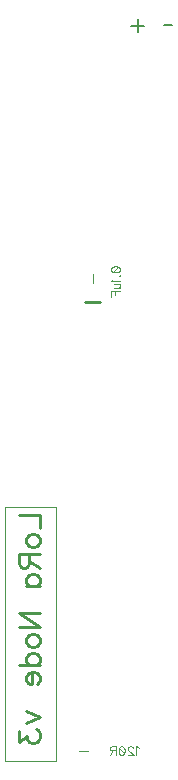
<source format=gbr>
G04 DipTrace 3.0.0.2*
G04 BottomSilk.gbr*
%MOIN*%
G04 #@! TF.FileFunction,Legend,Bot*
G04 #@! TF.Part,Single*
%ADD10C,0.009843*%
%ADD16C,0.003937*%
%ADD47C,0.00772*%
%ADD48C,0.004632*%
%ADD50C,0.010807*%
%FSLAX26Y26*%
G04*
G70*
G90*
G75*
G01*
G04 BotSilk*
%LPD*%
X693445Y1935971D2*
D10*
X744587D1*
X718516Y1999634D2*
D16*
Y2028634D1*
X426016Y1252134D2*
X597016D1*
Y407134D1*
X426016D1*
Y1252134D1*
X674016Y440134D2*
X703016D1*
X779609Y2047021D2*
D48*
X781035Y2051332D1*
X785346Y2054217D1*
X792509Y2055643D1*
X796820D1*
X803983Y2054217D1*
X808294Y2051332D1*
X809719Y2047021D1*
Y2044169D1*
X808294Y2039858D1*
X803983Y2037006D1*
X796820Y2035547D1*
X792509D1*
X785346Y2037006D1*
X781035Y2039858D1*
X779609Y2044169D1*
Y2047021D1*
X785346Y2037006D2*
X803983Y2054217D1*
X806834Y2024857D2*
X808294Y2026283D1*
X809720Y2024857D1*
X808294Y2023398D1*
X806834Y2024857D1*
X785346Y2014135D2*
X783887Y2011249D1*
X779609Y2006938D1*
X809720D1*
X789624Y1997675D2*
X803983D1*
X808260Y1996249D1*
X809720Y1993364D1*
Y1989053D1*
X808260Y1986201D1*
X803983Y1981890D1*
X789624D2*
X809720D1*
X779575Y1953956D2*
X779576Y1972626D1*
X809720D1*
X793935D2*
Y1961153D1*
X473145Y1224997D2*
D50*
X543481D1*
Y1184838D1*
X496590Y1146510D2*
X499918Y1153164D1*
X506649Y1159896D1*
X516709Y1163223D1*
X523363D1*
X533422Y1159896D1*
X540076Y1153164D1*
X543481Y1146510D1*
Y1136451D1*
X540076Y1129719D1*
X533422Y1123065D1*
X523363Y1119660D1*
X516709D1*
X506649Y1123065D1*
X499918Y1129719D1*
X496590Y1136451D1*
Y1146510D1*
X506649Y1098045D2*
Y1067945D1*
X503245Y1057886D1*
X499918Y1054482D1*
X493263Y1051154D1*
X486531D1*
X479877Y1054482D1*
X476472Y1057886D1*
X473145Y1067945D1*
Y1098045D1*
X543481D1*
X506649Y1074600D2*
X543481Y1051154D1*
X496590Y989381D2*
X543481D1*
X506649D2*
X499918Y996035D1*
X496590Y1002767D1*
Y1012749D1*
X499918Y1019480D1*
X506649Y1026135D1*
X516709Y1029539D1*
X523363D1*
X533422Y1026135D1*
X540076Y1019480D1*
X543481Y1012749D1*
Y1002767D1*
X540076Y996035D1*
X533422Y989381D1*
X473145Y852834D2*
X543481D1*
X473145Y899724D1*
X543481D1*
X496590Y814505D2*
X499918Y821160D1*
X506649Y827891D1*
X516709Y831219D1*
X523363D1*
X533422Y827891D1*
X540076Y821160D1*
X543481Y814505D1*
Y804446D1*
X540076Y797714D1*
X533422Y791060D1*
X523363Y787655D1*
X516709D1*
X506649Y791060D1*
X499918Y797714D1*
X496590Y804446D1*
Y814505D1*
X473145Y725882D2*
X543481Y725881D1*
X506649D2*
X499918Y732536D1*
X496590Y739268D1*
Y749327D1*
X499918Y755981D1*
X506649Y762713D1*
X516709Y766040D1*
X523363D1*
X533422Y762713D1*
X540076Y755981D1*
X543481Y749327D1*
Y739268D1*
X540076Y732536D1*
X533422Y725881D1*
X516709Y704267D2*
Y664108D1*
X509977D1*
X503245Y667435D1*
X499918Y670762D1*
X496590Y677494D1*
Y687553D1*
X499918Y694207D1*
X506649Y700939D1*
X516709Y704267D1*
X523363D1*
X533422Y700939D1*
X540076Y694207D1*
X543481Y687553D1*
Y677494D1*
X540076Y670762D1*
X533422Y664108D1*
X496590Y574451D2*
X543481Y554333D1*
X496590Y534293D1*
X473222Y505946D2*
Y469192D1*
X499995Y489232D1*
Y479173D1*
X503322Y472519D1*
X506649Y469192D1*
X516709Y465787D1*
X523363D1*
X533422Y469192D1*
X540154Y475846D1*
X543481Y485905D1*
Y495964D1*
X540154Y505946D1*
X536749Y509273D1*
X530095Y512678D1*
X871606Y450372D2*
D48*
X868721Y451831D1*
X864410Y456109D1*
Y425998D1*
X853688Y448946D2*
Y450372D1*
X852262Y453257D1*
X850836Y454683D1*
X847951Y456109D1*
X842214D1*
X839362Y454683D1*
X837936Y453257D1*
X836477Y450372D1*
Y447520D1*
X837936Y444635D1*
X840788Y440357D1*
X855147Y425998D1*
X835051D1*
X817165Y456109D2*
X821476Y454683D1*
X824361Y450372D1*
X825787Y443209D1*
Y438898D1*
X824361Y431735D1*
X821476Y427424D1*
X817165Y425998D1*
X814313D1*
X810002Y427424D1*
X807150Y431735D1*
X805691Y438898D1*
Y443209D1*
X807150Y450372D1*
X810002Y454683D1*
X814313Y456109D1*
X817165D1*
X807150Y450372D2*
X824361Y431735D1*
X796428Y441783D2*
X783528D1*
X779217Y443242D1*
X777758Y444668D1*
X776332Y447520D1*
Y450405D1*
X777758Y453257D1*
X779217Y454716D1*
X783528Y456142D1*
X796428D1*
Y425998D1*
X786380Y441783D2*
X776332Y425998D1*
X869710Y2879274D2*
D47*
Y2836219D1*
X891210Y2857719D2*
X848155D1*
X984790Y2859747D2*
X957155D1*
M02*

</source>
